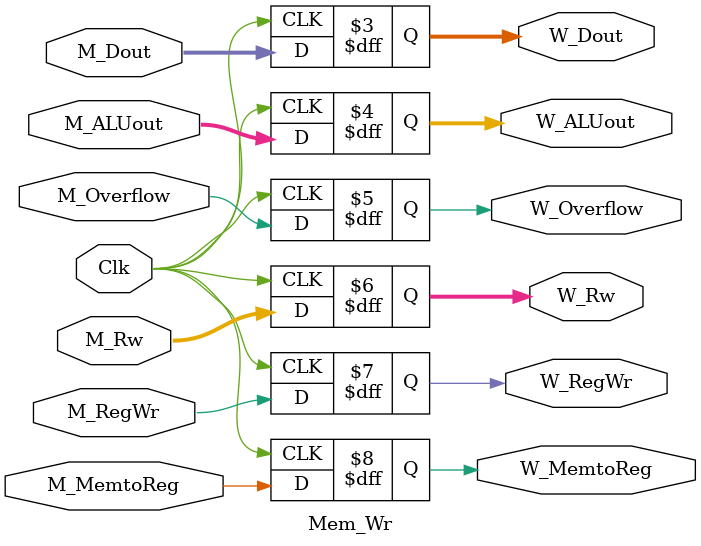
<source format=v>
`timescale 1ns / 1ps
module Mem_Wr(
			input Clk,
			input [31:0] M_Dout,
			input [31:0] M_ALUout,
			input M_Overflow,
			input [4:0] M_Rw,
			output reg [31:0] W_Dout,
			output reg [31:0] W_ALUout,
			output reg W_Overflow,
			output reg [4:0] W_Rw,

			input M_RegWr,
	 		input M_MemtoReg,
	 		output reg W_RegWr,
	 		output reg W_MemtoReg
    );
	 
	 always @ (negedge Clk)
	   begin
		  W_Dout  <= M_Dout;
		  W_ALUout   <= M_ALUout;
		  W_Overflow <= M_Overflow;
		  W_Rw  <=  M_Rw;
		  W_RegWr <= M_RegWr;
		  W_MemtoReg <= M_MemtoReg;
		end
	 
	 initial begin							//
	   W_Dout = 32'h0; W_ALUout = 32'h0; W_Overflow = 0; W_Rw = 0;
	   W_RegWr = 0; W_MemtoReg = 0;
	 end
	 
endmodule

</source>
